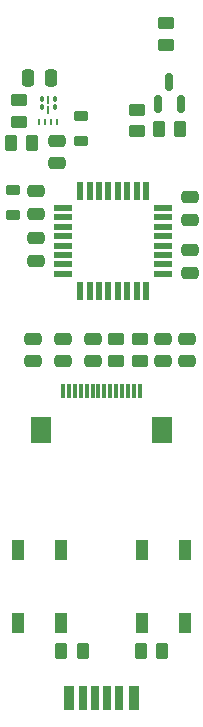
<source format=gbr>
%TF.GenerationSoftware,KiCad,Pcbnew,8.0.6*%
%TF.CreationDate,2024-12-24T16:10:54+01:00*%
%TF.ProjectId,boxmod,626f786d-6f64-42e6-9b69-6361645f7063,rev?*%
%TF.SameCoordinates,Original*%
%TF.FileFunction,Paste,Top*%
%TF.FilePolarity,Positive*%
%FSLAX46Y46*%
G04 Gerber Fmt 4.6, Leading zero omitted, Abs format (unit mm)*
G04 Created by KiCad (PCBNEW 8.0.6) date 2024-12-24 16:10:54*
%MOMM*%
%LPD*%
G01*
G04 APERTURE LIST*
G04 Aperture macros list*
%AMRoundRect*
0 Rectangle with rounded corners*
0 $1 Rounding radius*
0 $2 $3 $4 $5 $6 $7 $8 $9 X,Y pos of 4 corners*
0 Add a 4 corners polygon primitive as box body*
4,1,4,$2,$3,$4,$5,$6,$7,$8,$9,$2,$3,0*
0 Add four circle primitives for the rounded corners*
1,1,$1+$1,$2,$3*
1,1,$1+$1,$4,$5*
1,1,$1+$1,$6,$7*
1,1,$1+$1,$8,$9*
0 Add four rect primitives between the rounded corners*
20,1,$1+$1,$2,$3,$4,$5,0*
20,1,$1+$1,$4,$5,$6,$7,0*
20,1,$1+$1,$6,$7,$8,$9,0*
20,1,$1+$1,$8,$9,$2,$3,0*%
G04 Aperture macros list end*
%ADD10RoundRect,0.250000X0.450000X-0.262500X0.450000X0.262500X-0.450000X0.262500X-0.450000X-0.262500X0*%
%ADD11RoundRect,0.218750X0.381250X-0.218750X0.381250X0.218750X-0.381250X0.218750X-0.381250X-0.218750X0*%
%ADD12RoundRect,0.250000X-0.475000X0.250000X-0.475000X-0.250000X0.475000X-0.250000X0.475000X0.250000X0*%
%ADD13RoundRect,0.250000X0.262500X0.450000X-0.262500X0.450000X-0.262500X-0.450000X0.262500X-0.450000X0*%
%ADD14RoundRect,0.250000X-0.450000X0.262500X-0.450000X-0.262500X0.450000X-0.262500X0.450000X0.262500X0*%
%ADD15RoundRect,0.150000X0.150000X-0.587500X0.150000X0.587500X-0.150000X0.587500X-0.150000X-0.587500X0*%
%ADD16RoundRect,0.087500X-0.087500X0.150000X-0.087500X-0.150000X0.087500X-0.150000X0.087500X0.150000X0*%
%ADD17RoundRect,0.050000X-0.050000X0.262500X-0.050000X-0.262500X0.050000X-0.262500X0.050000X0.262500X0*%
%ADD18RoundRect,0.062500X-0.062500X0.162500X-0.062500X-0.162500X0.062500X-0.162500X0.062500X0.162500X0*%
%ADD19R,1.100000X1.800000*%
%ADD20R,0.300000X1.300000*%
%ADD21R,1.800000X2.200000*%
%ADD22RoundRect,0.250000X0.475000X-0.250000X0.475000X0.250000X-0.475000X0.250000X-0.475000X-0.250000X0*%
%ADD23R,1.600000X0.550000*%
%ADD24R,0.550000X1.600000*%
%ADD25RoundRect,0.250000X-0.250000X-0.475000X0.250000X-0.475000X0.250000X0.475000X-0.250000X0.475000X0*%
%ADD26R,0.700000X2.000000*%
%ADD27R,0.800000X2.000000*%
%ADD28R,0.900000X2.000000*%
%ADD29RoundRect,0.218750X-0.381250X0.218750X-0.381250X-0.218750X0.381250X-0.218750X0.381250X0.218750X0*%
G04 APERTURE END LIST*
D10*
%TO.C,R8*%
X101000000Y-56912500D03*
X101000000Y-55087500D03*
%TD*%
D11*
%TO.C,L2*%
X93750000Y-65062500D03*
X93750000Y-62937500D03*
%TD*%
D12*
%TO.C,C5*%
X103000000Y-74300000D03*
X103000000Y-76200000D03*
%TD*%
D13*
%TO.C,R11*%
X89662500Y-65250000D03*
X87837500Y-65250000D03*
%TD*%
D10*
%TO.C,R3*%
X96750000Y-83662500D03*
X96750000Y-81837500D03*
%TD*%
D14*
%TO.C,R2*%
X98750000Y-81837500D03*
X98750000Y-83662500D03*
%TD*%
D15*
%TO.C,Q2*%
X100300000Y-61937500D03*
X102200000Y-61937500D03*
X101250000Y-60062500D03*
%TD*%
D13*
%TO.C,R6*%
X100662500Y-108250000D03*
X98837500Y-108250000D03*
%TD*%
D14*
%TO.C,R10*%
X88500000Y-61587500D03*
X88500000Y-63412500D03*
%TD*%
D12*
%TO.C,C13*%
X100750000Y-81800000D03*
X100750000Y-83700000D03*
%TD*%
%TO.C,C11*%
X92250000Y-81800000D03*
X92250000Y-83700000D03*
%TD*%
D16*
%TO.C,U5*%
X91550000Y-61537000D03*
X90450000Y-61537000D03*
D17*
X91000000Y-61612500D03*
D16*
X91550000Y-62212000D03*
X90450000Y-62212000D03*
D17*
X91000000Y-62438000D03*
D18*
X90250000Y-63475000D03*
X90750000Y-63475000D03*
X91250000Y-63475000D03*
X91750000Y-63475000D03*
%TD*%
D19*
%TO.C,SW1*%
X98900000Y-105850000D03*
X98900000Y-99650000D03*
X102600000Y-105850000D03*
X102600000Y-99650000D03*
%TD*%
D12*
%TO.C,C6*%
X90000000Y-73300000D03*
X90000000Y-75200000D03*
%TD*%
D20*
%TO.C,J4*%
X92250000Y-86250000D03*
X92750000Y-86250000D03*
X93250000Y-86250000D03*
X93750000Y-86250000D03*
X94250000Y-86250000D03*
X94750000Y-86250000D03*
X95250000Y-86250000D03*
X95750000Y-86250000D03*
X96250000Y-86250000D03*
X96750000Y-86250000D03*
X97250000Y-86250000D03*
X97750000Y-86250000D03*
X98250000Y-86250000D03*
X98750000Y-86250000D03*
D21*
X90350000Y-89500000D03*
X100650000Y-89500000D03*
%TD*%
D12*
%TO.C,C12*%
X94750000Y-81800000D03*
X94750000Y-83700000D03*
%TD*%
D14*
%TO.C,R12*%
X98500000Y-62400000D03*
X98500000Y-64225000D03*
%TD*%
D22*
%TO.C,C7*%
X90000000Y-71200000D03*
X90000000Y-69300000D03*
%TD*%
D23*
%TO.C,U3*%
X100750000Y-76300000D03*
X100750000Y-75500000D03*
X100750000Y-74700000D03*
X100750000Y-73900000D03*
X100750000Y-73100000D03*
X100750000Y-72300000D03*
X100750000Y-71500000D03*
X100750000Y-70700000D03*
D24*
X99300000Y-69250000D03*
X98500000Y-69250000D03*
X97700000Y-69250000D03*
X96900000Y-69250000D03*
X96100000Y-69250000D03*
X95300000Y-69250000D03*
X94500000Y-69250000D03*
X93700000Y-69250000D03*
D23*
X92250000Y-70700000D03*
X92250000Y-71500000D03*
X92250000Y-72300000D03*
X92250000Y-73100000D03*
X92250000Y-73900000D03*
X92250000Y-74700000D03*
X92250000Y-75500000D03*
X92250000Y-76300000D03*
D24*
X93700000Y-77750000D03*
X94500000Y-77750000D03*
X95300000Y-77750000D03*
X96100000Y-77750000D03*
X96900000Y-77750000D03*
X97700000Y-77750000D03*
X98500000Y-77750000D03*
X99300000Y-77750000D03*
%TD*%
D12*
%TO.C,C14*%
X102750000Y-81800000D03*
X102750000Y-83700000D03*
%TD*%
D19*
%TO.C,SW2*%
X92100000Y-99650000D03*
X92100000Y-105850000D03*
X88400000Y-99650000D03*
X88400000Y-105850000D03*
%TD*%
D25*
%TO.C,C9*%
X89300000Y-59750000D03*
X91200000Y-59750000D03*
%TD*%
D26*
%TO.C,J1*%
X95000000Y-112200000D03*
D27*
X93980000Y-112200000D03*
D28*
X92750000Y-112200000D03*
D26*
X96000000Y-112200000D03*
D27*
X97020000Y-112200000D03*
D28*
X98250000Y-112200000D03*
%TD*%
D29*
%TO.C,L1*%
X88000000Y-69187500D03*
X88000000Y-71312500D03*
%TD*%
D12*
%TO.C,C8*%
X91750000Y-65050000D03*
X91750000Y-66950000D03*
%TD*%
D13*
%TO.C,R13*%
X102162500Y-64062500D03*
X100337500Y-64062500D03*
%TD*%
D12*
%TO.C,C10*%
X89750000Y-81800000D03*
X89750000Y-83700000D03*
%TD*%
D22*
%TO.C,C4*%
X103000000Y-71700000D03*
X103000000Y-69800000D03*
%TD*%
D13*
%TO.C,R7*%
X93912500Y-108250000D03*
X92087500Y-108250000D03*
%TD*%
M02*

</source>
